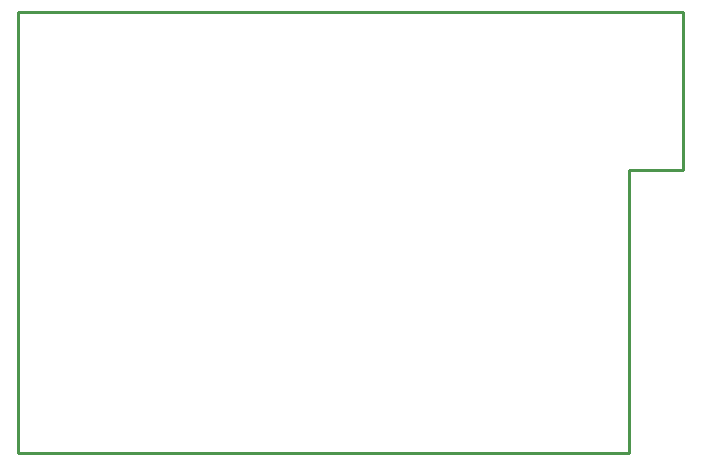
<source format=gko>
G04 Layer: BoardOutline*
G04 EasyEDA v5.9.42, Mon, 01 Apr 2019 20:05:28 GMT*
G04 e7f0afa64d6d408caf880ab9bb1ba352*
G04 Gerber Generator version 0.2*
G04 Scale: 100 percent, Rotated: No, Reflected: No *
G04 Dimensions in millimeters *
G04 leading zeros omitted , absolute positions ,3 integer and 3 decimal *
%FSLAX33Y33*%
%MOMM*%
G90*
G71D02*

%ADD10C,0.254000*%
G54D10*
G01X0Y37338D02*
G01X56261Y37338D01*
G01X56261Y24003D01*
G01X51689Y24003D01*
G01X51689Y0D01*
G01X0Y0D01*
G01X0Y37338D01*

%LPD*%
M00*
M02*

</source>
